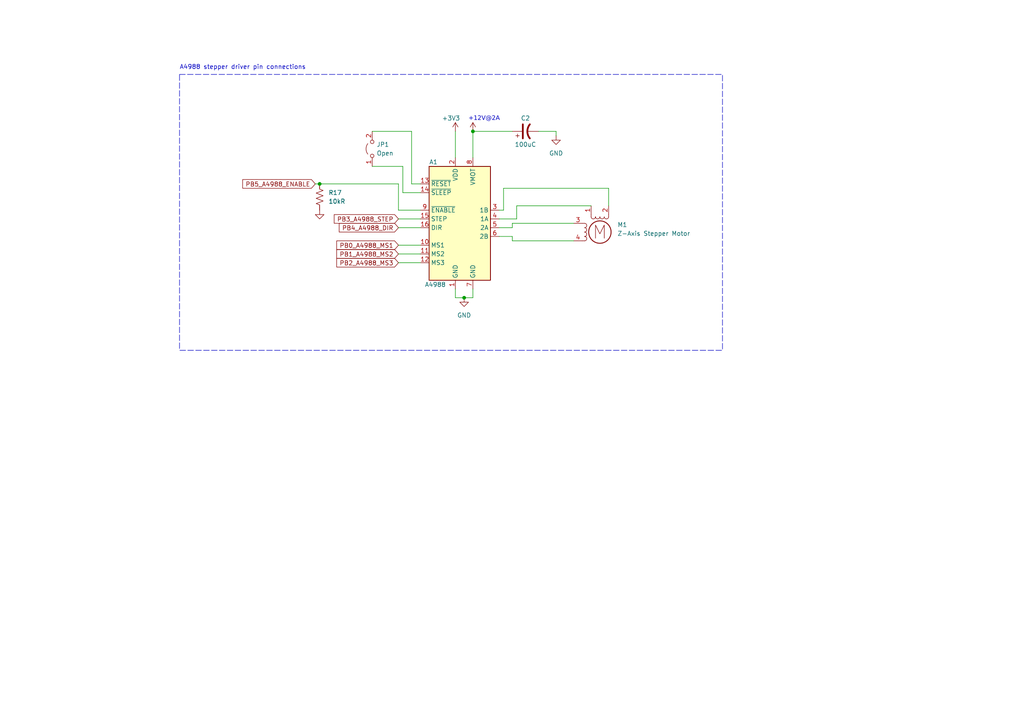
<source format=kicad_sch>
(kicad_sch (version 20230121) (generator eeschema)
  (paper "A4")
  (title_block (title "Motor_Controller") (date "2024-02-27") (rev "1.0") (company "Sidharth Sreeram"))
  (lib_symbols
    (symbol "Device:C_Polarized_US" (pin_numbers hide) (pin_names (offset 0.254) hide)
      (property "Reference" "C" (at 0.635 2.54 0))
      (property "Value" "C_Polarized_US" (at 0.635 -2.54 0))
      (symbol "C_Polarized_US_0_1"
        (polyline (pts (xy -2.032 0.762) (xy 2.032 0.762)) (stroke (width 0.508)))
        (polyline (pts (xy -1.778 2.286) (xy -0.762 2.286)))
        (polyline (pts (xy -1.27 1.778) (xy -1.27 2.794)))
        (arc (start 2.032 -1.27) (mid 0 -0.5572) (end -2.032 -1.27) (stroke (width 0.508)))
      )
      (symbol "C_Polarized_US_1_1"
        (pin passive line (at 0 3.81 270) (length 2.794) (name "~") (number "1"))
        (pin passive line (at 0 -3.81 90) (length 3.302) (name "~") (number "2"))
      )
    )
    (symbol "Device:R_US" (pin_numbers hide) (pin_names (offset 0))
      (property "Reference" "R" (at 2.54 0 90))
      (property "Value" "R_US" (at -2.54 0 90))
      (symbol "R_US_0_1"
        (polyline (pts (xy 0 -2.286) (xy 0 -2.54)))
        (polyline (pts (xy 0 2.286) (xy 0 2.54)))
        (polyline (pts (xy 0 -0.762) (xy 1.016 -1.143) (xy 0 -1.524) (xy -1.016 -1.905) (xy 0 -2.286)))
        (polyline (pts (xy 0 0.762) (xy 1.016 0.381) (xy 0 0) (xy -1.016 -0.381) (xy 0 -0.762)))
        (polyline (pts (xy 0 2.286) (xy 1.016 1.905) (xy 0 1.524) (xy -1.016 1.143) (xy 0 0.762)))
      )
      (symbol "R_US_1_1"
        (pin passive line (at 0 3.81 270) (length 1.27) (name "~") (number "1"))
        (pin passive line (at 0 -3.81 90) (length 1.27) (name "~") (number "2"))
      )
    )
    (symbol "Driver_Motor:Pololu_Breakout_A4988"
      (property "Reference" "A" (at -2.54 19.05 0))
      (property "Value" "Pololu_Breakout_A4988" (at -2.54 16.51 0))
      (symbol "Pololu_Breakout_A4988_0_1"
        (rectangle (start 10.16 -17.78) (end -7.62 15.24) (stroke (width 0.254)) (fill (type background)))
      )
      (symbol "Pololu_Breakout_A4988_1_1"
        (pin power_in line (at 0 -20.32 90) (length 2.54) (name "GND") (number "1"))
        (pin input line (at -10.16 -7.62 0) (length 2.54) (name "MS1") (number "10"))
        (pin input line (at -10.16 -10.16 0) (length 2.54) (name "MS2") (number "11"))
        (pin input line (at -10.16 -12.7 0) (length 2.54) (name "MS3") (number "12"))
        (pin input line (at -10.16 10.16 0) (length 2.54) (name "~{RESET}") (number "13"))
        (pin input line (at -10.16 7.62 0) (length 2.54) (name "~{SLEEP}") (number "14"))
        (pin input line (at -10.16 0 0) (length 2.54) (name "STEP") (number "15"))
        (pin input line (at -10.16 -2.54 0) (length 2.54) (name "DIR") (number "16"))
        (pin power_in line (at 0 17.78 270) (length 2.54) (name "VDD") (number "2"))
        (pin output line (at 12.7 2.54 180) (length 2.54) (name "1B") (number "3"))
        (pin output line (at 12.7 0 180) (length 2.54) (name "1A") (number "4"))
        (pin output line (at 12.7 -2.54 180) (length 2.54) (name "2A") (number "5"))
        (pin output line (at 12.7 -5.08 180) (length 2.54) (name "2B") (number "6"))
        (pin power_in line (at 5.08 -20.32 90) (length 2.54) (name "GND") (number "7"))
        (pin power_in line (at 5.08 17.78 270) (length 2.54) (name "VMOT") (number "8"))
        (pin input line (at -10.16 2.54 0) (length 2.54) (name "~{ENABLE}") (number "9"))
      )
    )
    (symbol "Jumper:Jumper_2_Open" (pin_names (offset 0) hide)
      (property "Reference" "JP" (at 0 2.794 0))
      (property "Value" "Jumper_2_Open" (at 0 -2.286 0))
      (symbol "Jumper_2_Open_0_0"
        (circle (center -2.032 0) (radius 0.508))
        (circle (center 2.032 0) (radius 0.508))
      )
      (symbol "Jumper_2_Open_0_1"
        (arc (start 1.524 1.27) (mid 0 1.778) (end -1.524 1.27))
      )
      (symbol "Jumper_2_Open_1_1"
        (pin passive line (at -5.08 0 0) (length 2.54) (name "A") (number "1"))
        (pin passive line (at 5.08 0 180) (length 2.54) (name "B") (number "2"))
      )
    )
    (symbol "Motor:Stepper_Motor_bipolar" (pin_names (offset 0) hide)
      (property "Reference" "M" (at 3.81 2.54 0))
      (property "Value" "Stepper_Motor_bipolar" (at 3.81 1.27 0))
      (symbol "Stepper_Motor_bipolar_0_0"
        (polyline (pts (xy -1.27 -1.778) (xy -1.27 2.032) (xy 0 -0.508) (xy 1.27 2.032) (xy 1.27 -1.778)))
      )
      (symbol "Stepper_Motor_bipolar_0_1"
        (arc (start -4.445 -2.54) (mid -3.8127 -1.905) (end -4.445 -1.27))
        (arc (start -4.445 -1.27) (mid -3.8127 -0.635) (end -4.445 0))
        (arc (start -4.445 0) (mid -3.8127 0.635) (end -4.445 1.27))
        (arc (start -4.445 1.27) (mid -3.8127 1.905) (end -4.445 2.54))
        (arc (start -2.54 4.445) (mid -1.905 3.8127) (end -1.27 4.445))
        (arc (start -1.27 4.445) (mid -0.635 3.8127) (end 0 4.445))
        (polyline (pts (xy -5.08 -2.54) (xy -4.445 -2.54)))
        (polyline (pts (xy -5.08 2.54) (xy -4.445 2.54)))
        (polyline (pts (xy -2.54 5.08) (xy -2.54 4.445)))
        (polyline (pts (xy 2.54 5.08) (xy 2.54 4.445)))
        (circle (center 0 0) (radius 3.2512) (stroke (width 0.254)))
        (arc (start 0 4.445) (mid 0.635 3.8127) (end 1.27 4.445))
        (arc (start 1.27 4.445) (mid 1.905 3.8127) (end 2.54 4.445))
      )
      (symbol "Stepper_Motor_bipolar_1_1"
        (pin passive line (at -2.54 7.62 270) (length 2.54) (name "~") (number "1"))
        (pin passive line (at 2.54 7.62 270) (length 2.54) (name "-") (number "2"))
        (pin passive line (at -7.62 2.54 0) (length 2.54) (name "~") (number "3"))
        (pin passive line (at -7.62 -2.54 0) (length 2.54) (name "~") (number "4"))
      )
    )
    (symbol "power:+12V" (power) (pin_names (offset 0))
      (property "Value" "+12V" (at 0 3.556 0))
      (symbol "+12V_0_1"
        (polyline (pts (xy -0.762 1.27) (xy 0 2.54)))
        (polyline (pts (xy 0 0) (xy 0 2.54)))
        (polyline (pts (xy 0 2.54) (xy 0.762 1.27)))
      )
      (symbol "+12V_1_1"
        (pin power_in line (at 0 0 90) (length 0) hide (name "+12V") (number "1"))
      )
    )
    (symbol "power:+3V3" (power) (pin_names (offset 0))
      (property "Value" "+3V3" (at 0 3.556 0))
      (symbol "+3V3_0_1"
        (polyline (pts (xy -0.762 1.27) (xy 0 2.54)))
        (polyline (pts (xy 0 0) (xy 0 2.54)))
        (polyline (pts (xy 0 2.54) (xy 0.762 1.27)))
      )
      (symbol "+3V3_1_1"
        (pin power_in line (at 0 0 90) (length 0) hide (name "+3V3") (number "1"))
      )
    )
    (symbol "power:GND" (power) (pin_names (offset 0))
      (property "Value" "GND" (at 0 -3.81 0))
      (symbol "GND_0_1"
        (polyline (pts (xy 0 0) (xy 0 -1.27) (xy 1.27 -1.27) (xy 0 -2.54) (xy -1.27 -1.27) (xy 0 -1.27)))
      )
      (symbol "GND_1_1"
        (pin power_in line (at 0 0 270) (length 0) hide (name "GND") (number "1"))
      )
    )
  )
  (junction (at 134.62 86.36))
  (junction (at 92.71 53.34))
  (junction (at 137.16 38.1))
  (wire (pts (xy 115.57 76.2) (xy 121.92 76.2)))
  (wire (pts (xy 115.57 73.66) (xy 121.92 73.66)))
  (wire (pts (xy 115.57 63.5) (xy 121.92 63.5)))
  (wire (pts (xy 148.59 69.85) (xy 148.59 68.58)))
  (wire (pts (xy 115.57 66.04) (xy 121.92 66.04)))
  (wire (pts (xy 161.29 38.1) (xy 161.29 39.37)))
  (wire (pts (xy 116.84 55.88) (xy 116.84 48.26)))
  (wire (pts (xy 148.59 64.77) (xy 148.59 66.04)))
  (wire (pts (xy 121.92 60.96) (xy 115.57 60.96)))
  (wire (pts (xy 92.71 53.34) (xy 115.57 53.34)))
  (wire (pts (xy 156.21 38.1) (xy 161.29 38.1)))
  (wire (pts (xy 166.37 69.85) (xy 148.59 69.85)))
  (wire (pts (xy 176.53 54.61) (xy 146.05 54.61)))
  (wire (pts (xy 132.08 83.82) (xy 132.08 86.36)))
  (wire (pts (xy 91.44 53.34) (xy 92.71 53.34)))
  (wire (pts (xy 121.92 55.88) (xy 116.84 55.88)))
  (wire (pts (xy 121.92 71.12) (xy 115.57 71.12)))
  (wire (pts (xy 137.16 38.1) (xy 137.16 45.72)))
  (wire (pts (xy 171.45 59.69) (xy 149.86 59.69)))
  (wire (pts (xy 132.08 38.1) (xy 132.08 45.72)))
  (wire (pts (xy 137.16 86.36) (xy 137.16 83.82)))
  (wire (pts (xy 149.86 59.69) (xy 149.86 63.5)))
  (wire (pts (xy 107.95 48.26) (xy 116.84 48.26)))
  (wire (pts (xy 132.08 86.36) (xy 134.62 86.36)))
  (wire (pts (xy 146.05 54.61) (xy 146.05 60.96)))
  (wire (pts (xy 146.05 60.96) (xy 144.78 60.96)))
  (wire (pts (xy 166.37 64.77) (xy 148.59 64.77)))
  (wire (pts (xy 148.59 68.58) (xy 144.78 68.58)))
  (wire (pts (xy 148.59 66.04) (xy 144.78 66.04)))
  (wire (pts (xy 119.38 38.1) (xy 119.38 53.34)))
  (wire (pts (xy 134.62 86.36) (xy 137.16 86.36)))
  (wire (pts (xy 176.53 59.69) (xy 176.53 54.61)))
  (wire (pts (xy 149.86 63.5) (xy 144.78 63.5)))
  (wire (pts (xy 148.59 38.1) (xy 137.16 38.1)))
  (wire (pts (xy 115.57 60.96) (xy 115.57 53.34)))
  (wire (pts (xy 107.95 38.1) (xy 119.38 38.1)))
  (wire (pts (xy 119.38 53.34) (xy 121.92 53.34)))
  (rectangle (start 52.07 21.59) (end 209.55 101.6) (stroke (width 0) (type dash)))
  (text "+12V@2A" (at 135.89 35.56 0) (effects (font (size 1.27 1.27)) (justify left bottom)))
  (text "A4988 stepper driver pin connections\n" (at 52.07 20.32 0) (effects (font (size 1.27 1.27)) (justify left bottom)))
  (global_label "PB1_A4988_MS2" (shape input) (at 115.57 73.66 180) (property "Intersheetrefs" "${INTERSHEET_REFS}" (effects hide)))
  (global_label "PB5_A4988_ENABLE" (shape input) (at 91.44 53.34 180) (property "Intersheetrefs" "${INTERSHEET_REFS}" (effects hide)))
  (global_label "PB0_A4988_MS1" (shape input) (at 115.57 71.12 180) (property "Intersheetrefs" "${INTERSHEET_REFS}" (effects hide)))
  (global_label "PB2_A4988_MS3" (shape input) (at 115.57 76.2 180) (property "Intersheetrefs" "${INTERSHEET_REFS}" (effects hide)))
  (global_label "PB3_A4988_STEP" (shape input) (at 115.57 63.5 180) (property "Intersheetrefs" "${INTERSHEET_REFS}" (effects hide)))
  (global_label "PB4_A4988_DIR" (shape input) (at 115.57 66.04 180) (property "Intersheetrefs" "${INTERSHEET_REFS}" (effects hide)))
  (symbol (lib_id "Jumper:Jumper_2_Open") (at 107.95 43.18 90) (unit 1)
    (property "Reference" "JP1" (at 109.22 41.91 90) (effects (justify right)))
    (property "Value" "Open" (at 109.22 44.45 90) (effects (justify right)))
    (property "Footprint" "PCM_Jumper_AKL:Jumper_P2.54mm_D1.2mm" (effects hide))
  )
  (symbol (lib_id "power:GND") (at 134.62 86.36 0) (unit 1)
    (property "Reference" "#PWR018" (effects hide))
    (property "Value" "GND" (at 134.62 91.44 0))
  )
  (symbol (lib_id "power:+3V3") (at 132.08 38.1 0) (unit 1)
    (property "Reference" "#PWR014" (effects hide))
    (property "Value" "+3V3" (at 130.81 34.29 0))
  )
  (symbol (lib_id "Device:R_US") (at 92.71 57.15 0) (unit 1)
    (property "Reference" "R17" (at 95.25 55.88 0) (effects (justify left)))
    (property "Value" "10kR" (at 95.25 58.42 0) (effects (justify left)))
    (property "Footprint" "PCM_Resistor_SMD_AKL:R_0402_1005Metric_Pad0.72x0.64mm_HandSolder" (effects hide))
  )
  (symbol (lib_id "power:+12V") (at 137.16 38.1 0) (unit 1)
    (property "Reference" "#PWR015" (effects hide))
    (property "Value" "+12V" (effects hide))
  )
  (symbol (lib_id "power:GND") (at 161.29 39.37 0) (unit 1)
    (property "Reference" "#PWR016" (effects hide))
    (property "Value" "GND" (at 161.29 44.45 0))
  )
  (symbol (lib_id "Device:C_Polarized_US") (at 152.4 38.1 90) (unit 1)
    (property "Reference" "C2" (at 152.4 34.29 90))
    (property "Value" "100uC" (at 152.4 41.91 90))
    (property "Footprint" "Capacitor_THT:CP_Radial_D8.0mm_P3.50mm" (effects hide))
  )
  (symbol (lib_id "Motor:Stepper_Motor_bipolar") (at 173.99 67.31 0) (unit 1)
    (property "Reference" "M1" (at 179.07 65.1891 0) (effects (justify left)))
    (property "Value" "Z-Axis Stepper Motor" (at 179.07 67.7291 0) (effects (justify left)))
    (property "Footprint" "Connector_PinHeader_2.54mm:PinHeader_1x04_P2.54mm_Vertical" (effects hide))
    (property "Datasheet" "http://www.infineon.com/dgdl/Application-Note-TLE8110EE_driving_UniPolarStepperMotor_V1.1.pdf?fileId=db3a30431be39b97011be5d0aa0a00b0" (effects hide))
  )
  (symbol (lib_id "power:GND") (at 92.71 60.96 0) (unit 1)
    (property "Reference" "#PWR017" (effects hide))
    (property "Value" "GND" (effects hide))
  )
  (symbol (lib_id "Driver_Motor:Pololu_Breakout_A4988") (at 132.08 63.5 0) (unit 1)
    (property "Reference" "A1" (at 124.46 46.99 0) (effects (justify left)))
    (property "Value" "A4988" (at 123.19 82.55 0) (effects (justify left)))
    (property "Footprint" "Module:Pololu_Breakout-16_15.2x20.3mm" (effects hide))
    (property "Datasheet" "https://www.pololu.com/product/2980/pictures" (effects hide))
  )
)
</source>
